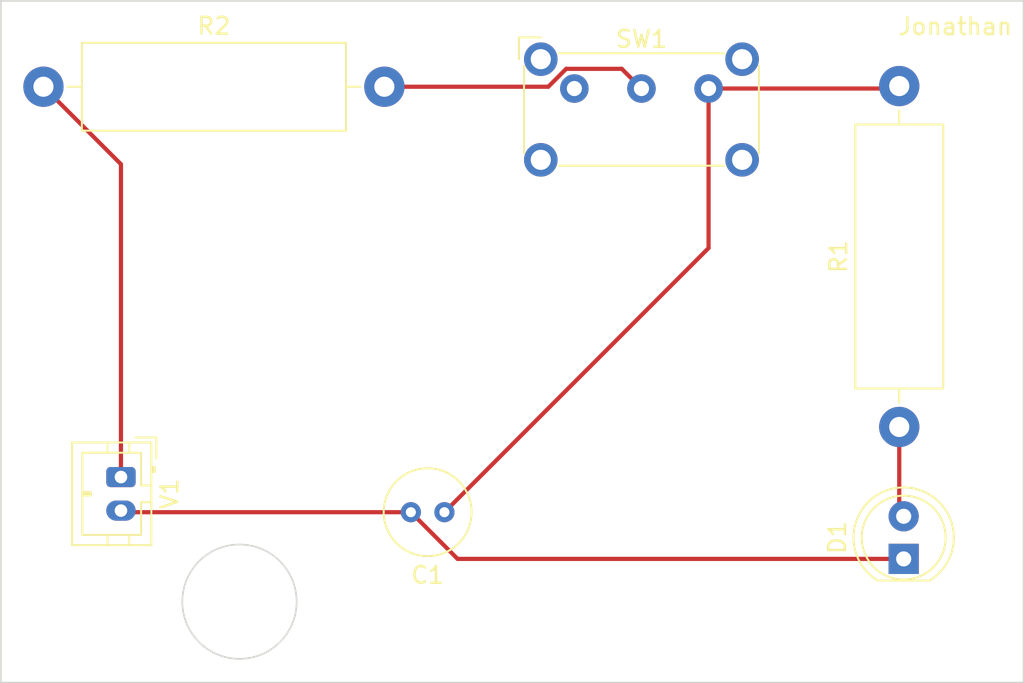
<source format=kicad_pcb>
(kicad_pcb (version 20211014) (generator pcbnew)
  (layers (0 "F.Cu" signal) (31 "B.Cu" signal) (34 "B.Paste" user) (35 "F.Paste" user) (36 "B.SilkS" user "B.Silkscreen") (37 "F.SilkS" user "F.Silkscreen") (38 "B.Mask" user) (39 "F.Mask" user) (44 "Edge.Cuts" user))
  (net 0 "")
  (net 1 "Net-(C1-Pad1)")
  (net 2 "Net-(C1-Pad2)")
  (net 3 "Net-(D1-Pad2)")
  (net 4 "Net-(R2-Pad1)")
  (net 5 "Net-(R2-Pad2)")
  (footprint "Button_Switch_THT:SW_E-Switch_EG1224_SPDT_Angled" (layer "F.Cu") (at 140.865 86.5075)
    (fp_text reference "SW1" (at 4 -2.95) (layer "F.SilkS"))
    (fp_text value "SW_SPDT")
    (fp_line (start -3.3 -3.05) (end -2 -3.05) (layer "F.SilkS") (width 0.12))
    (fp_line (start 11 -1.35) (end 11 3.85) (layer "F.SilkS") (width 0.12))
    (fp_line (start -3 3.85) (end -3 -1.35) (layer "F.SilkS") (width 0.12))
    (fp_line (start -0.95 -2.1) (end 8.95 -2.1) (layer "F.SilkS") (width 0.12))
    (fp_line (start -3.3 -1.75) (end -3.3 -3.05) (layer "F.SilkS") (width 0.12))
    (fp_line (start 8.95 4.6) (end -0.95 4.6) (layer "F.SilkS") (width 0.12))
    (pad "" thru_hole circle (at 10 -1.75) (size 2 2) (drill 1.2) (layers *.Cu *.Mask))
    (pad "" thru_hole circle (at -2 4.25) (size 2 2) (drill 1.2) (layers *.Cu *.Mask))
    (pad "" thru_hole circle (at -2 -1.75) (size 2 2) (drill 1.2) (layers *.Cu *.Mask))
    (pad "" thru_hole circle (at 10 4.25) (size 2 2) (drill 1.2) (layers *.Cu *.Mask))
    (pad "1" thru_hole circle (at 0 0) (size 1.7 1.7) (drill 0.9) (layers *.Cu *.Mask))
    (pad "2" thru_hole circle (at 4 0) (size 1.7 1.7) (drill 0.9) (layers *.Cu *.Mask) (net 5 "Net-(R2-Pad2)"))
    (pad "3" thru_hole circle (at 8 0) (size 1.7 1.7) (drill 0.9) (layers *.Cu *.Mask) (net 1 "Net-(C1-Pad1)"))
  )
  (footprint "LED_THT:LED_D5.0mm" (layer "F.Cu") (at 160.494468 114.54388 90)
    (fp_text reference "D1" (at 1.27 -3.96 90) (layer "F.SilkS"))
    (fp_text value "LED")
    (fp_line (start -1.29 -1.545) (end -1.29 1.545) (layer "F.SilkS") (width 0.12))
    (fp_arc (start -1.29 -1.54483) (mid 2.072002 -2.880433) (end 4.26 0.000462) (layer "F.SilkS") (width 0.12))
    (fp_arc (start 4.26 -0.000462) (mid 2.072002 2.880433) (end -1.29 1.54483) (layer "F.SilkS") (width 0.12))
    (fp_circle (center 1.27 0) (end 3.77 0) (layer "F.SilkS") (width 0.12) (fill none))
    (pad "1" thru_hole rect (at 0 0 90) (size 1.8 1.8) (drill 0.9) (layers *.Cu *.Mask) (net 2 "Net-(C1-Pad2)"))
    (pad "2" thru_hole circle (at 2.54 0 90) (size 1.8 1.8) (drill 0.9) (layers *.Cu *.Mask) (net 3 "Net-(D1-Pad2)"))
  )
  (footprint "Connector_JST:JST_PH_B2B-PH-K_1x02_P2.00mm_Vertical" (layer "F.Cu") (at 113.84 109.665 -90)
    (fp_text reference "V1" (at 1 -2.9 90) (layer "F.SilkS"))
    (fp_text value "9V")
    (fp_line (start 3.45 2.3) (end 3.45 -1.2) (layer "F.SilkS") (width 0.12))
    (fp_line (start 0.9 2.3) (end 0.9 1.8) (layer "F.SilkS") (width 0.12))
    (fp_line (start -2.06 0.8) (end -1.45 0.8) (layer "F.SilkS") (width 0.12))
    (fp_line (start -2.06 -1.81) (end -2.06 2.91) (layer "F.SilkS") (width 0.12))
    (fp_line (start 4.06 -0.5) (end 3.45 -0.5) (layer "F.SilkS") (width 0.12))
    (fp_line (start 0.5 -1.81) (end 0.5 -1.2) (layer "F.SilkS") (width 0.12))
    (fp_line (start 1.1 1.8) (end 1.1 2.3) (layer "F.SilkS") (width 0.12))
    (fp_line (start -2.06 -0.5) (end -1.45 -0.5) (layer "F.SilkS") (width 0.12))
    (fp_line (start -1.45 2.3) (end 3.45 2.3) (layer "F.SilkS") (width 0.12))
    (fp_line (start -0.3 -1.81) (end -0.3 -2.01) (layer "F.SilkS") (width 0.12))
    (fp_line (start -0.6 -2.01) (end -0.6 -1.81) (layer "F.SilkS") (width 0.12))
    (fp_line (start 1 2.3) (end 1 1.8) (layer "F.SilkS") (width 0.12))
    (fp_line (start 3.45 -1.2) (end 1.5 -1.2) (layer "F.SilkS") (width 0.12))
    (fp_line (start 4.06 0.8) (end 3.45 0.8) (layer "F.SilkS") (width 0.12))
    (fp_line (start 4.06 2.91) (end 4.06 -1.81) (layer "F.SilkS") (width 0.12))
    (fp_line (start -2.06 2.91) (end 4.06 2.91) (layer "F.SilkS") (width 0.12))
    (fp_line (start 0.9 1.8) (end 1.1 1.8) (layer "F.SilkS") (width 0.12))
    (fp_line (start -2.36 -2.11) (end -2.36 -0.86) (layer "F.SilkS") (width 0.12))
    (fp_line (start -0.3 -2.01) (end -0.6 -2.01) (layer "F.SilkS") (width 0.12))
    (fp_line (start -1.11 -2.11) (end -2.36 -2.11) (layer "F.SilkS") (width 0.12))
    (fp_line (start 1.5 -1.2) (end 1.5 -1.81) (layer "F.SilkS") (width 0.12))
    (fp_line (start 0.5 -1.2) (end -1.45 -1.2) (layer "F.SilkS") (width 0.12))
    (fp_line (start 4.06 -1.81) (end -2.06 -1.81) (layer "F.SilkS") (width 0.12))
    (fp_line (start -0.3 -1.91) (end -0.6 -1.91) (layer "F.SilkS") (width 0.12))
    (fp_line (start -1.45 -1.2) (end -1.45 2.3) (layer "F.SilkS") (width 0.12))
    (pad "1" thru_hole roundrect (at 0 0 270) (size 1.2 1.75) (drill 0.75) (layers *.Cu *.Mask) (roundrect_rratio 0.208333) (net 4 "Net-(R2-Pad1)"))
    (pad "2" thru_hole oval (at 2 0 270) (size 1.2 1.75) (drill 0.75) (layers *.Cu *.Mask) (net 2 "Net-(C1-Pad2)"))
  )
  (footprint "Resistor_THT:R_Axial_DIN0516_L15.5mm_D5.0mm_P20.32mm_Horizontal" (layer "F.Cu") (at 160.23 106.68 90)
    (fp_text reference "R1" (at 10.16 -3.62 90) (layer "F.SilkS"))
    (fp_text value "20k Ω")
    (fp_line (start 18.03 -2.62) (end 2.29 -2.62) (layer "F.SilkS") (width 0.12))
    (fp_line (start 1.44 0) (end 2.29 0) (layer "F.SilkS") (width 0.12))
    (fp_line (start 18.88 0) (end 18.03 0) (layer "F.SilkS") (width 0.12))
    (fp_line (start 2.29 2.62) (end 18.03 2.62) (layer "F.SilkS") (width 0.12))
    (fp_line (start 2.29 -2.62) (end 2.29 2.62) (layer "F.SilkS") (width 0.12))
    (fp_line (start 18.03 2.62) (end 18.03 -2.62) (layer "F.SilkS") (width 0.12))
    (pad "1" thru_hole circle (at 0 0 90) (size 2.4 2.4) (drill 1.2) (layers *.Cu *.Mask) (net 3 "Net-(D1-Pad2)"))
    (pad "2" thru_hole oval (at 20.32 0 90) (size 2.4 2.4) (drill 1.2) (layers *.Cu *.Mask) (net 1 "Net-(C1-Pad1)"))
  )
  (footprint "Capacitor_THT:C_Radial_D5.0mm_H5.0mm_P2.00mm" (layer "F.Cu") (at 133.12 111.76 180)
    (fp_text reference "C1" (at 1 -3.75) (layer "F.SilkS"))
    (fp_text value "4.7 µF")
    (fp_circle (center 1 0) (end 3.62 0) (layer "F.SilkS") (width 0.12) (fill none))
    (pad "1" thru_hole circle (at 0 0 180) (size 1.2 1.2) (drill 0.6) (layers *.Cu *.Mask) (net 1 "Net-(C1-Pad1)"))
    (pad "2" thru_hole circle (at 2 0 180) (size 1.2 1.2) (drill 0.6) (layers *.Cu *.Mask) (net 2 "Net-(C1-Pad2)"))
  )
  (footprint "Resistor_THT:R_Axial_DIN0516_L15.5mm_D5.0mm_P20.32mm_Horizontal" (layer "F.Cu") (at 109.22 86.4)
    (fp_text reference "R2" (at 10.16 -3.62) (layer "F.SilkS"))
    (fp_text value "2.2k Ω")
    (fp_line (start 18.03 -2.62) (end 2.29 -2.62) (layer "F.SilkS") (width 0.12))
    (fp_line (start 1.44 0) (end 2.29 0) (layer "F.SilkS") (width 0.12))
    (fp_line (start 18.88 0) (end 18.03 0) (layer "F.SilkS") (width 0.12))
    (fp_line (start 18.03 2.62) (end 18.03 -2.62) (layer "F.SilkS") (width 0.12))
    (fp_line (start 2.29 -2.62) (end 2.29 2.62) (layer "F.SilkS") (width 0.12))
    (fp_line (start 2.29 2.62) (end 18.03 2.62) (layer "F.SilkS") (width 0.12))
    (pad "1" thru_hole circle (at 0 0) (size 2.4 2.4) (drill 1.2) (layers *.Cu *.Mask) (net 4 "Net-(R2-Pad1)"))
    (pad "2" thru_hole oval (at 20.32 0) (size 2.4 2.4) (drill 1.2) (layers *.Cu *.Mask) (net 5 "Net-(R2-Pad2)"))
  )
  (gr_circle (center 120.904 117.094) (end 122.428 120.142) (layer "Edge.Cuts") (width 0.1) (fill none))
  (gr_rect (start 106.68 81.28) (end 167.64 121.92) (layer "Edge.Cuts") (width 0.1) (fill none))
  (gr_text "Jonathan\n" (at 163.576 82.804) (layer "F.SilkS") (effects (font (size 1 1))))
  (segment (start 148.865 86.5075) (end 148.865 96.015) (width 0.25) (layer "F.Cu") (net 1))
  (segment (start 148.865 96.015) (end 133.12 111.76) (width 0.25) (layer "F.Cu") (net 1))
  (segment (start 148.865 86.5075) (end 160.0825 86.5075) (width 0.25) (layer "F.Cu") (net 1))
  (segment (start 160.0825 86.5075) (end 160.23 86.36) (width 0.25) (layer "F.Cu") (net 1))
  (segment (start 113.935 111.76) (end 113.84 111.665) (width 0.25) (layer "F.Cu") (net 2))
  (segment (start 131.12 111.76) (end 113.935 111.76) (width 0.25) (layer "F.Cu") (net 2))
  (segment (start 160.494468 114.54388) (end 133.90388 114.54388) (width 0.25) (layer "F.Cu") (net 2))
  (segment (start 133.90388 114.54388) (end 131.12 111.76) (width 0.25) (layer "F.Cu") (net 2))
  (segment (start 160.23 106.68) (end 160.23 111.739412) (width 0.25) (layer "F.Cu") (net 3))
  (segment (start 160.23 111.739412) (end 160.494468 112.00388) (width 0.25) (layer "F.Cu") (net 3))
  (segment (start 113.84 109.665) (end 113.84 91.02) (width 0.25) (layer "F.Cu") (net 4))
  (segment (start 113.84 91.02) (end 109.22 86.4) (width 0.25) (layer "F.Cu") (net 4))
  (segment (start 139.310799 86.4) (end 140.378299 85.3325) (width 0.25) (layer "F.Cu") (net 5))
  (segment (start 129.54 86.4) (end 139.310799 86.4) (width 0.25) (layer "F.Cu") (net 5))
  (segment (start 143.69 85.3325) (end 144.865 86.5075) (width 0.25) (layer "F.Cu") (net 5))
  (segment (start 140.378299 85.3325) (end 143.69 85.3325) (width 0.25) (layer "F.Cu") (net 5))
)
</source>
